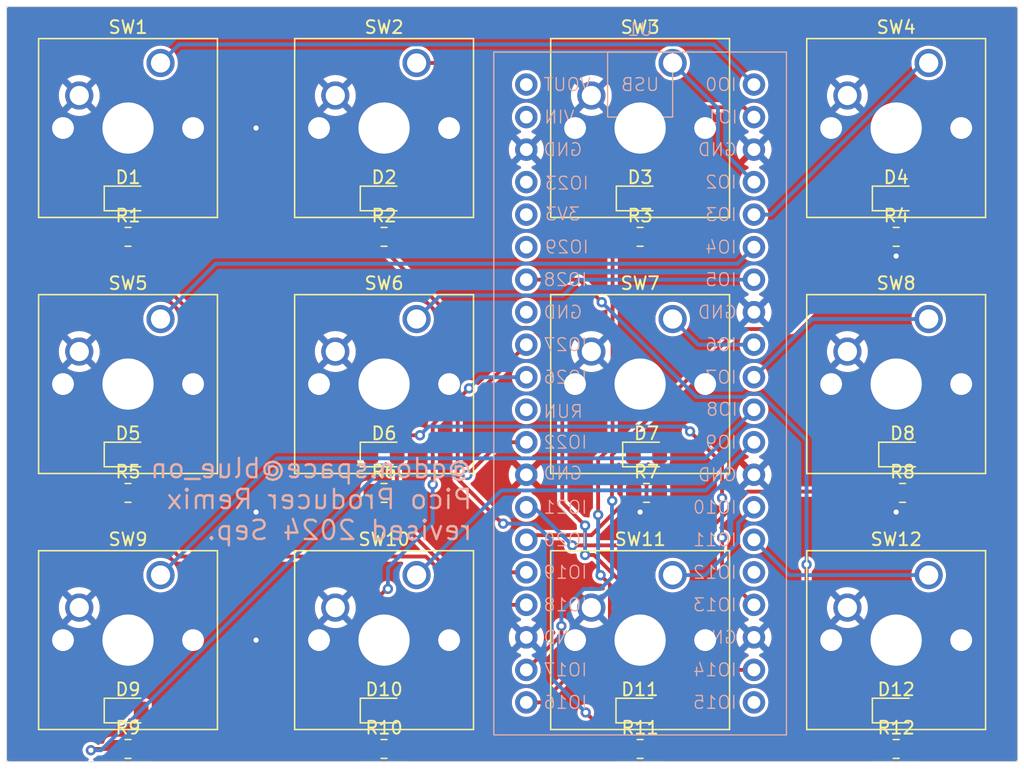
<source format=kicad_pcb>
(kicad_pcb (version 20240108) (generator "pcbnew") (generator_version "8.0")
  (layers (0 "F.Cu" signal) (31 "B.Cu" signal) (34 "B.Paste" user) (35 "F.Paste" user) (36 "B.SilkS" user "B.Silkscreen") (37 "F.SilkS" user "F.Silkscreen") (38 "B.Mask" user) (39 "F.Mask" user) (44 "Edge.Cuts" user))
  (net 0 "")
  (net 1 "GND")
  (net 2 "Net-(D1-A)")
  (net 3 "Net-(D2-A)")
  (net 4 "Net-(D3-A)")
  (net 5 "Net-(D4-A)")
  (net 6 "Net-(D5-A)")
  (net 7 "Net-(D6-A)")
  (net 8 "Net-(D7-A)")
  (net 9 "Net-(D8-A)")
  (net 10 "Net-(D9-A)")
  (net 11 "Net-(D10-A)")
  (net 12 "Net-(D11-A)")
  (net 13 "Net-(D12-A)")
  (net 14 "/GP13")
  (net 15 "/GP14")
  (net 16 "/GP16")
  (net 17 "/GP17")
  (net 18 "/GP18")
  (net 19 "/GP19")
  (net 20 "/GP20")
  (net 21 "/GP21")
  (net 22 "/GP22")
  (net 23 "/GP26")
  (net 24 "/GP27")
  (net 25 "/GP28")
  (net 26 "/GP0")
  (net 27 "/GP1")
  (net 28 "/GP2")
  (net 29 "/GP3")
  (net 30 "/GP4")
  (net 31 "/GP5")
  (net 32 "/GP6")
  (net 33 "/GP7")
  (net 34 "/GP8")
  (net 35 "/GP9")
  (net 36 "/GP10")
  (net 37 "/GP11")
  (footprint "LED_SMD:LED_0805_2012Metric_Pad1.15x1.40mm_HandSolder" (layer "F.Cu") (at 50 55.5)
    (property "Reference" "D6" (at 0 -1.65 0) (layer "F.SilkS"))
    (property "Value" "LED")
    (pad "1" smd roundrect (at -1.025 0) (size 1.15 1.4) (layers "F.Cu" "F.Paste" "F.Mask") (roundrect_rratio 0.217391) (net 1 "GND"))
    (pad "2" smd roundrect (at 1.025 0) (size 1.15 1.4) (layers "F.Cu" "F.Paste" "F.Mask") (roundrect_rratio 0.217391) (net 7 "Net-(D6-A)"))
  )
  (footprint "Resistor_SMD:R_0805_2012Metric_Pad1.20x1.40mm_HandSolder" (layer "F.Cu") (at 70 38.5)
    (property "Reference" "R3" (at 0 -1.65 0) (layer "F.SilkS"))
    (property "Value" "1k")
    (pad "1" smd roundrect (at -1 0) (size 1.2 1.4) (layers "F.Cu" "F.Paste" "F.Mask") (roundrect_rratio 0.208333) (net 16 "/GP16"))
    (pad "2" smd roundrect (at 1 0) (size 1.2 1.4) (layers "F.Cu" "F.Paste" "F.Mask") (roundrect_rratio 0.208333) (net 4 "Net-(D3-A)"))
  )
  (footprint "Button_Switch_Keyboard:SW_Cherry_MX_1.00u_PCB" (layer "F.Cu") (at 92.54 64.92)
    (property "Reference" "SW12" (at -2.54 -2.794 0) (layer "F.SilkS"))
    (property "Value" "cherry_mx")
    (pad "" np_thru_hole circle (at -7.62 5.08) (size 1.7 1.7) (drill 1.7) (layers "*.Cu" "*.Mask"))
    (pad "" np_thru_hole circle (at -2.54 5.08) (size 4 4) (drill 4) (layers "*.Cu" "*.Mask"))
    (pad "" np_thru_hole circle (at 2.54 5.08) (size 1.7 1.7) (drill 1.7) (layers "*.Cu" "*.Mask"))
    (pad "1" thru_hole circle (at 0 0) (size 2.2 2.2) (drill 1.5) (layers "*.Cu" "*.Mask") (net 37 "/GP11"))
    (pad "2" thru_hole circle (at -6.35 2.54) (size 2.2 2.2) (drill 1.5) (layers "*.Cu" "*.Mask") (net 1 "GND"))
  )
  (footprint "Button_Switch_Keyboard:SW_Cherry_MX_1.00u_PCB" (layer "F.Cu") (at 92.54 44.92)
    (property "Reference" "SW8" (at -2.54 -2.794 0) (layer "F.SilkS"))
    (property "Value" "cherry_mx")
    (pad "" np_thru_hole circle (at -7.62 5.08) (size 1.7 1.7) (drill 1.7) (layers "*.Cu" "*.Mask"))
    (pad "" np_thru_hole circle (at -2.54 5.08) (size 4 4) (drill 4) (layers "*.Cu" "*.Mask"))
    (pad "" np_thru_hole circle (at 2.54 5.08) (size 1.7 1.7) (drill 1.7) (layers "*.Cu" "*.Mask"))
    (pad "1" thru_hole circle (at 0 0) (size 2.2 2.2) (drill 1.5) (layers "*.Cu" "*.Mask") (net 33 "/GP7"))
    (pad "2" thru_hole circle (at -6.35 2.54) (size 2.2 2.2) (drill 1.5) (layers "*.Cu" "*.Mask") (net 1 "GND"))
  )
  (footprint "Button_Switch_Keyboard:SW_Cherry_MX_1.00u_PCB" (layer "F.Cu") (at 52.54 64.92)
    (property "Reference" "SW10" (at -2.54 -2.794 0) (layer "F.SilkS"))
    (property "Value" "cherry_mx")
    (pad "" np_thru_hole circle (at -7.62 5.08) (size 1.7 1.7) (drill 1.7) (layers "*.Cu" "*.Mask"))
    (pad "" np_thru_hole circle (at -2.54 5.08) (size 4 4) (drill 4) (layers "*.Cu" "*.Mask"))
    (pad "" np_thru_hole circle (at 2.54 5.08) (size 1.7 1.7) (drill 1.7) (layers "*.Cu" "*.Mask"))
    (pad "1" thru_hole circle (at 0 0) (size 2.2 2.2) (drill 1.5) (layers "*.Cu" "*.Mask") (net 35 "/GP9"))
    (pad "2" thru_hole circle (at -6.35 2.54) (size 2.2 2.2) (drill 1.5) (layers "*.Cu" "*.Mask") (net 1 "GND"))
  )
  (footprint "Resistor_SMD:R_0805_2012Metric_Pad1.20x1.40mm_HandSolder" (layer "F.Cu") (at 50 38.5)
    (property "Reference" "R2" (at 0 -1.65 0) (layer "F.SilkS"))
    (property "Value" "1k")
    (pad "1" smd roundrect (at -1 0) (size 1.2 1.4) (layers "F.Cu" "F.Paste" "F.Mask") (roundrect_rratio 0.208333) (net 15 "/GP14"))
    (pad "2" smd roundrect (at 1 0) (size 1.2 1.4) (layers "F.Cu" "F.Paste" "F.Mask") (roundrect_rratio 0.208333) (net 3 "Net-(D2-A)"))
  )
  (footprint "Button_Switch_Keyboard:SW_Cherry_MX_1.00u_PCB" (layer "F.Cu") (at 52.54 24.92)
    (property "Reference" "SW2" (at -2.54 -2.794 0) (layer "F.SilkS"))
    (property "Value" "cherry_mx")
    (pad "" np_thru_hole circle (at -7.62 5.08) (size 1.7 1.7) (drill 1.7) (layers "*.Cu" "*.Mask"))
    (pad "" np_thru_hole circle (at -2.54 5.08) (size 4 4) (drill 4) (layers "*.Cu" "*.Mask"))
    (pad "" np_thru_hole circle (at 2.54 5.08) (size 1.7 1.7) (drill 1.7) (layers "*.Cu" "*.Mask"))
    (pad "1" thru_hole circle (at 0 0) (size 2.2 2.2) (drill 1.5) (layers "*.Cu" "*.Mask") (net 27 "/GP1"))
    (pad "2" thru_hole circle (at -6.35 2.54) (size 2.2 2.2) (drill 1.5) (layers "*.Cu" "*.Mask") (net 1 "GND"))
  )
  (footprint "Resistor_SMD:R_0805_2012Metric_Pad1.20x1.40mm_HandSolder" (layer "F.Cu") (at 30 38.5)
    (property "Reference" "R1" (at 0 -1.65 0) (layer "F.SilkS"))
    (property "Value" "1k")
    (pad "1" smd roundrect (at -1 0) (size 1.2 1.4) (layers "F.Cu" "F.Paste" "F.Mask") (roundrect_rratio 0.208333) (net 14 "/GP13"))
    (pad "2" smd roundrect (at 1 0) (size 1.2 1.4) (layers "F.Cu" "F.Paste" "F.Mask") (roundrect_rratio 0.208333) (net 2 "Net-(D1-A)"))
  )
  (footprint "LED_SMD:LED_0805_2012Metric_Pad1.15x1.40mm_HandSolder" (layer "F.Cu") (at 90 75.5)
    (property "Reference" "D12" (at 0 -1.65 0) (layer "F.SilkS"))
    (property "Value" "LED")
    (pad "1" smd roundrect (at -1.025 0) (size 1.15 1.4) (layers "F.Cu" "F.Paste" "F.Mask") (roundrect_rratio 0.217391) (net 1 "GND"))
    (pad "2" smd roundrect (at 1.025 0) (size 1.15 1.4) (layers "F.Cu" "F.Paste" "F.Mask") (roundrect_rratio 0.217391) (net 13 "Net-(D12-A)"))
  )
  (footprint "LED_SMD:LED_0805_2012Metric_Pad1.15x1.40mm_HandSolder" (layer "F.Cu") (at 70.5 55.5)
    (property "Reference" "D7" (at 0 -1.65 0) (layer "F.SilkS"))
    (property "Value" "LED")
    (pad "1" smd roundrect (at -1.025 0) (size 1.15 1.4) (layers "F.Cu" "F.Paste" "F.Mask") (roundrect_rratio 0.217391) (net 1 "GND"))
    (pad "2" smd roundrect (at 1.025 0) (size 1.15 1.4) (layers "F.Cu" "F.Paste" "F.Mask") (roundrect_rratio 0.217391) (net 8 "Net-(D7-A)"))
  )
  (footprint "Button_Switch_Keyboard:SW_Cherry_MX_1.00u_PCB" (layer "F.Cu") (at 92.54 24.92)
    (property "Reference" "SW4" (at -2.54 -2.794 0) (layer "F.SilkS"))
    (property "Value" "cherry_mx")
    (pad "" np_thru_hole circle (at -7.62 5.08) (size 1.7 1.7) (drill 1.7) (layers "*.Cu" "*.Mask"))
    (pad "" np_thru_hole circle (at -2.54 5.08) (size 4 4) (drill 4) (layers "*.Cu" "*.Mask"))
    (pad "" np_thru_hole circle (at 2.54 5.08) (size 1.7 1.7) (drill 1.7) (layers "*.Cu" "*.Mask"))
    (pad "1" thru_hole circle (at 0 0) (size 2.2 2.2) (drill 1.5) (layers "*.Cu" "*.Mask") (net 29 "/GP3"))
    (pad "2" thru_hole circle (at -6.35 2.54) (size 2.2 2.2) (drill 1.5) (layers "*.Cu" "*.Mask") (net 1 "GND"))
  )
  (footprint "LED_SMD:LED_0805_2012Metric_Pad1.15x1.40mm_HandSolder" (layer "F.Cu") (at 90.5 55.5)
    (property "Reference" "D8" (at 0 -1.65 0) (layer "F.SilkS"))
    (property "Value" "LED")
    (pad "1" smd roundrect (at -1.025 0) (size 1.15 1.4) (layers "F.Cu" "F.Paste" "F.Mask") (roundrect_rratio 0.217391) (net 1 "GND"))
    (pad "2" smd roundrect (at 1.025 0) (size 1.15 1.4) (layers "F.Cu" "F.Paste" "F.Mask") (roundrect_rratio 0.217391) (net 9 "Net-(D8-A)"))
  )
  (footprint "Resistor_SMD:R_0805_2012Metric_Pad1.20x1.40mm_HandSolder" (layer "F.Cu") (at 70.5 58.5)
    (property "Reference" "R7" (at 0 -1.65 0) (layer "F.SilkS"))
    (property "Value" "1k")
    (pad "1" smd roundrect (at -1 0) (size 1.2 1.4) (layers "F.Cu" "F.Paste" "F.Mask") (roundrect_rratio 0.208333) (net 20 "/GP20"))
    (pad "2" smd roundrect (at 1 0) (size 1.2 1.4) (layers "F.Cu" "F.Paste" "F.Mask") (roundrect_rratio 0.208333) (net 8 "Net-(D7-A)"))
  )
  (footprint "Resistor_SMD:R_0805_2012Metric_Pad1.20x1.40mm_HandSolder" (layer "F.Cu") (at 70 78.5)
    (property "Reference" "R11" (at 0 -1.65 0) (layer "F.SilkS"))
    (property "Value" "1k")
    (pad "1" smd roundrect (at -1 0) (size 1.2 1.4) (layers "F.Cu" "F.Paste" "F.Mask") (roundrect_rratio 0.208333) (net 24 "/GP27"))
    (pad "2" smd roundrect (at 1 0) (size 1.2 1.4) (layers "F.Cu" "F.Paste" "F.Mask") (roundrect_rratio 0.208333) (net 12 "Net-(D11-A)"))
  )
  (footprint "LED_SMD:LED_0805_2012Metric_Pad1.15x1.40mm_HandSolder" (layer "F.Cu") (at 30 75.5)
    (property "Reference" "D9" (at 0 -1.65 0) (layer "F.SilkS"))
    (property "Value" "LED")
    (pad "1" smd roundrect (at -1.025 0) (size 1.15 1.4) (layers "F.Cu" "F.Paste" "F.Mask") (roundrect_rratio 0.217391) (net 1 "GND"))
    (pad "2" smd roundrect (at 1.025 0) (size 1.15 1.4) (layers "F.Cu" "F.Paste" "F.Mask") (roundrect_rratio 0.217391) (net 10 "Net-(D9-A)"))
  )
  (footprint "Resistor_SMD:R_0805_2012Metric_Pad1.20x1.40mm_HandSolder" (layer "F.Cu") (at 50 78.5)
    (property "Reference" "R10" (at 0 -1.65 0) (layer "F.SilkS"))
    (property "Value" "1k")
    (pad "1" smd roundrect (at -1 0) (size 1.2 1.4) (layers "F.Cu" "F.Paste" "F.Mask") (roundrect_rratio 0.208333) (net 23 "/GP26"))
    (pad "2" smd roundrect (at 1 0) (size 1.2 1.4) (layers "F.Cu" "F.Paste" "F.Mask") (roundrect_rratio 0.208333) (net 11 "Net-(D10-A)"))
  )
  (footprint "LED_SMD:LED_0805_2012Metric_Pad1.15x1.40mm_HandSolder" (layer "F.Cu") (at 30 55.5)
    (property "Reference" "D5" (at 0 -1.65 0) (layer "F.SilkS"))
    (property "Value" "LED")
    (pad "1" smd roundrect (at -1.025 0) (size 1.15 1.4) (layers "F.Cu" "F.Paste" "F.Mask") (roundrect_rratio 0.217391) (net 1 "GND"))
    (pad "2" smd roundrect (at 1.025 0) (size 1.15 1.4) (layers "F.Cu" "F.Paste" "F.Mask") (roundrect_rratio 0.217391) (net 6 "Net-(D5-A)"))
  )
  (footprint "Resistor_SMD:R_0805_2012Metric_Pad1.20x1.40mm_HandSolder" (layer "F.Cu") (at 50 58.5)
    (property "Reference" "R6" (at 0 -1.65 0) (layer "F.SilkS"))
    (property "Value" "1k")
    (pad "1" smd roundrect (at -1 0) (size 1.2 1.4) (layers "F.Cu" "F.Paste" "F.Mask") (roundrect_rratio 0.208333) (net 19 "/GP19"))
    (pad "2" smd roundrect (at 1 0) (size 1.2 1.4) (layers "F.Cu" "F.Paste" "F.Mask") (roundrect_rratio 0.208333) (net 7 "Net-(D6-A)"))
  )
  (footprint "LED_SMD:LED_0805_2012Metric_Pad1.15x1.40mm_HandSolder" (layer "F.Cu") (at 90 35.5)
    (property "Reference" "D4" (at 0 -1.65 0) (layer "F.SilkS"))
    (property "Value" "LED")
    (pad "1" smd roundrect (at -1.025 0) (size 1.15 1.4) (layers "F.Cu" "F.Paste" "F.Mask") (roundrect_rratio 0.217391) (net 1 "GND"))
    (pad "2" smd roundrect (at 1.025 0) (size 1.15 1.4) (layers "F.Cu" "F.Paste" "F.Mask") (roundrect_rratio 0.217391) (net 5 "Net-(D4-A)"))
  )
  (footprint "Resistor_SMD:R_0805_2012Metric_Pad1.20x1.40mm_HandSolder" (layer "F.Cu") (at 90 78.5)
    (property "Reference" "R12" (at 0 -1.65 0) (layer "F.SilkS"))
    (property "Value" "1k")
    (pad "1" smd roundrect (at -1 0) (size 1.2 1.4) (layers "F.Cu" "F.Paste" "F.Mask") (roundrect_rratio 0.208333) (net 25 "/GP28"))
    (pad "2" smd roundrect (at 1 0) (size 1.2 1.4) (layers "F.Cu" "F.Paste" "F.Mask") (roundrect_rratio 0.208333) (net 13 "Net-(D12-A)"))
  )
  (footprint "Button_Switch_Keyboard:SW_Cherry_MX_1.00u_PCB" (layer "F.Cu") (at 32.54 64.92)
    (property "Reference" "SW9" (at -2.54 -2.794 0) (layer "F.SilkS"))
    (property "Value" "cherry_mx")
    (pad "" np_thru_hole circle (at -7.62 5.08) (size 1.7 1.7) (drill 1.7) (layers "*.Cu" "*.Mask"))
    (pad "" np_thru_hole circle (at -2.54 5.08) (size 4 4) (drill 4) (layers "*.Cu" "*.Mask"))
    (pad "" np_thru_hole circle (at 2.54 5.08) (size 1.7 1.7) (drill 1.7) (layers "*.Cu" "*.Mask"))
    (pad "1" thru_hole circle (at 0 0) (size 2.2 2.2) (drill 1.5) (layers "*.Cu" "*.Mask") (net 34 "/GP8"))
    (pad "2" thru_hole circle (at -6.35 2.54) (size 2.2 2.2) (drill 1.5) (layers "*.Cu" "*.Mask") (net 1 "GND"))
  )
  (footprint "Resistor_SMD:R_0805_2012Metric_Pad1.20x1.40mm_HandSolder" (layer "F.Cu") (at 90 38.5)
    (property "Reference" "R4" (at 0 -1.65 0) (layer "F.SilkS"))
    (property "Value" "1k")
    (pad "1" smd roundrect (at -1 0) (size 1.2 1.4) (layers "F.Cu" "F.Paste" "F.Mask") (roundrect_rratio 0.208333) (net 17 "/GP17"))
    (pad "2" smd roundrect (at 1 0) (size 1.2 1.4) (layers "F.Cu" "F.Paste" "F.Mask") (roundrect_rratio 0.208333) (net 5 "Net-(D4-A)"))
  )
  (footprint "Resistor_SMD:R_0805_2012Metric_Pad1.20x1.40mm_HandSolder" (layer "F.Cu") (at 90.5 58.5)
    (property "Reference" "R8" (at 0 -1.65 0) (layer "F.SilkS"))
    (property "Value" "1k")
    (pad "1" smd roundrect (at -1 0) (size 1.2 1.4) (layers "F.Cu" "F.Paste" "F.Mask") (roundrect_rratio 0.208333) (net 21 "/GP21"))
    (pad "2" smd roundrect (at 1 0) (size 1.2 1.4) (layers "F.Cu" "F.Paste" "F.Mask") (roundrect_rratio 0.208333) (net 9 "Net-(D8-A)"))
  )
  (footprint "LED_SMD:LED_0805_2012Metric_Pad1.15x1.40mm_HandSolder" (layer "F.Cu") (at 50 35.5)
    (property "Reference" "D2" (at 0 -1.65 0) (layer "F.SilkS"))
    (property "Value" "LED")
    (pad "1" smd roundrect (at -1.025 0) (size 1.15 1.4) (layers "F.Cu" "F.Paste" "F.Mask") (roundrect_rratio 0.217391) (net 1 "GND"))
    (pad "2" smd roundrect (at 1.025 0) (size 1.15 1.4) (layers "F.Cu" "F.Paste" "F.Mask") (roundrect_rratio 0.217391) (net 3 "Net-(D2-A)"))
  )
  (footprint "LED_SMD:LED_0805_2012Metric_Pad1.15x1.40mm_HandSolder" (layer "F.Cu") (at 69.975 75.5)
    (property "Reference" "D11" (at 0 -1.65 0) (layer "F.SilkS"))
    (property "Value" "LED")
    (pad "1" smd roundrect (at -1.025 0) (size 1.15 1.4) (layers "F.Cu" "F.Paste" "F.Mask") (roundrect_rratio 0.217391) (net 1 "GND"))
    (pad "2" smd roundrect (at 1.025 0) (size 1.15 1.4) (layers "F.Cu" "F.Paste" "F.Mask") (roundrect_rratio 0.217391) (net 12 "Net-(D11-A)"))
  )
  (footprint "Button_Switch_Keyboard:SW_Cherry_MX_1.00u_PCB" (layer "F.Cu") (at 32.54 44.92)
    (property "Reference" "SW5" (at -2.54 -2.794 0) (layer "F.SilkS"))
    (property "Value" "cherry_mx")
    (pad "" np_thru_hole circle (at -7.62 5.08) (size 1.7 1.7) (drill 1.7) (layers "*.Cu" "*.Mask"))
    (pad "" np_thru_hole circle (at -2.54 5.08) (size 4 4) (drill 4) (layers "*.Cu" "*.Mask"))
    (pad "" np_thru_hole circle (at 2.54 5.08) (size 1.7 1.7) (drill 1.7) (layers "*.Cu" "*.Mask"))
    (pad "1" thru_hole circle (at 0 0) (size 2.2 2.2) (drill 1.5) (layers "*.Cu" "*.Mask") (net 30 "/GP4"))
    (pad "2" thru_hole circle (at -6.35 2.54) (size 2.2 2.2) (drill 1.5) (layers "*.Cu" "*.Mask") (net 1 "GND"))
  )
  (footprint "Resistor_SMD:R_0805_2012Metric_Pad1.20x1.40mm_HandSolder" (layer "F.Cu") (at 30 78.5)
    (property "Reference" "R9" (at 0 -1.65 0) (layer "F.SilkS"))
    (property "Value" "1k")
    (pad "1" smd roundrect (at -1 0) (size 1.2 1.4) (layers "F.Cu" "F.Paste" "F.Mask") (roundrect_rratio 0.208333) (net 22 "/GP22"))
    (pad "2" smd roundrect (at 1 0) (size 1.2 1.4) (layers "F.Cu" "F.Paste" "F.Mask") (roundrect_rratio 0.208333) (net 10 "Net-(D9-A)"))
  )
  (footprint "Button_Switch_Keyboard:SW_Cherry_MX_1.00u_PCB" (layer "F.Cu") (at 72.54 24.92)
    (property "Reference" "SW3" (at -2.54 -2.794 0) (layer "F.SilkS"))
    (property "Value" "cherry_mx")
    (pad "" np_thru_hole circle (at -7.62 5.08) (size 1.7 1.7) (drill 1.7) (layers "*.Cu" "*.Mask"))
    (pad "" np_thru_hole circle (at -2.54 5.08) (size 4 4) (drill 4) (layers "*.Cu" "*.Mask"))
    (pad "" np_thru_hole circle (at 2.54 5.08) (size 1.7 1.7) (drill 1.7) (layers "*.Cu" "*.Mask"))
    (pad "1" thru_hole circle (at 0 0) (size 2.2 2.2) (drill 1.5) (layers "*.Cu" "*.Mask") (net 28 "/GP2"))
    (pad "2" thru_hole circle (at -6.35 2.54) (size 2.2 2.2) (drill 1.5) (layers "*.Cu" "*.Mask") (net 1 "GND"))
  )
  (footprint "Button_Switch_Keyboard:SW_Cherry_MX_1.00u_PCB" (layer "F.Cu") (at 72.54 44.92)
    (property "Reference" "SW7" (at -2.54 -2.794 0) (layer "F.SilkS"))
    (property "Value" "cherry_mx")
    (pad "" np_thru_hole circle (at -7.62 5.08) (size 1.7 1.7) (drill 1.7) (layers "*.Cu" "*.Mask"))
    (pad "" np_thru_hole circle (at -2.54 5.08) (size 4 4) (drill 4) (layers "*.Cu" "*.Mask"))
    (pad "" np_thru_hole circle (at 2.54 5.08) (size 1.7 1.7) (drill 1.7) (layers "*.Cu" "*.Mask"))
    (pad "1" thru_hole circle (at 0 0) (size 2.2 2.2) (drill 1.5) (layers "*.Cu" "*.Mask") (net 32 "/GP6"))
    (pad "2" thru_hole circle (at -6.35 2.54) (size 2.2 2.2) (drill 1.5) (layers "*.Cu" "*.Mask") (net 1 "GND"))
  )
  (footprint "LED_SMD:LED_0805_2012Metric_Pad1.15x1.40mm_HandSolder" (layer "F.Cu") (at 50 75.5)
    (property "Reference" "D10" (at 0 -1.65 0) (layer "F.SilkS"))
    (property "Value" "LED")
    (pad "1" smd roundrect (at -1.025 0) (size 1.15 1.4) (layers "F.Cu" "F.Paste" "F.Mask") (roundrect_rratio 0.217391) (net 1 "GND"))
    (pad "2" smd roundrect (at 1.025 0) (size 1.15 1.4) (layers "F.Cu" "F.Paste" "F.Mask") (roundrect_rratio 0.217391) (net 11 "Net-(D10-A)"))
  )
  (footprint "Button_Switch_Keyboard:SW_Cherry_MX_1.00u_PCB" (layer "F.Cu") (at 52.54 44.92)
    (property "Reference" "SW6" (at -2.54 -2.794 0) (layer "F.SilkS"))
    (property "Value" "cherry_mx")
    (pad "" np_thru_hole circle (at -7.62 5.08) (size 1.7 1.7) (drill 1.7) (layers "*.Cu" "*.Mask"))
    (pad "" np_thru_hole circle (at -2.54 5.08) (size 4 4) (drill 4) (layers "*.Cu" "*.Mask"))
    (pad "" np_thru_hole circle (at 2.54 5.08) (size 1.7 1.7) (drill 1.7) (layers "*.Cu" "*.Mask"))
    (pad "1" thru_hole circle (at 0 0) (size 2.2 2.2) (drill 1.5) (layers "*.Cu" "*.Mask") (net 31 "/GP5"))
    (pad "2" thru_hole circle (at -6.35 2.54) (size 2.2 2.2) (drill 1.5) (layers "*.Cu" "*.Mask") (net 1 "GND"))
  )
  (footprint "LED_SMD:LED_0805_2012Metric_Pad1.15x1.40mm_HandSolder" (layer "F.Cu") (at 30 35.5)
    (property "Reference" "D1" (at 0 -1.65 0) (layer "F.SilkS"))
    (property "Value" "LED")
    (pad "1" smd roundrect (at -1.025 0) (size 1.15 1.4) (layers "F.Cu" "F.Paste" "F.Mask") (roundrect_rratio 0.217391) (net 1 "GND"))
    (pad "2" smd roundrect (at 1.025 0) (size 1.15 1.4) (layers "F.Cu" "F.Paste" "F.Mask") (roundrect_rratio 0.217391) (net 2 "Net-(D1-A)"))
  )
  (footprint "Resistor_SMD:R_0805_2012Metric_Pad1.20x1.40mm_HandSolder" (layer "F.Cu") (at 30 58.5)
    (property "Reference" "R5" (at 0 -1.65 0) (layer "F.SilkS"))
    (property "Value" "1k")
    (pad "1" smd roundrect (at -1 0) (size 1.2 1.4) (layers "F.Cu" "F.Paste" "F.Mask") (roundrect_rratio 0.208333) (net 18 "/GP18"))
    (pad "2" smd roundrect (at 1 0) (size 1.2 1.4) (layers "F.Cu" "F.Paste" "F.Mask") (roundrect_rratio 0.208333) (net 6 "Net-(D5-A)"))
  )
  (footprint "LED_SMD:LED_0805_2012Metric_Pad1.15x1.40mm_HandSolder" (layer "F.Cu") (at 70 35.5)
    (property "Reference" "D3" (at 0 -1.65 0) (layer "F.SilkS"))
    (property "Value" "LED")
    (pad "1" smd roundrect (at -1.025 0) (size 1.15 1.4) (layers "F.Cu" "F.Paste" "F.Mask") (roundrect_rratio 0.217391) (net 1 "GND"))
    (pad "2" smd roundrect (at 1.025 0) (size 1.15 1.4) (layers "F.Cu" "F.Paste" "F.Mask") (roundrect_rratio 0.217391) (net 4 "Net-(D3-A)"))
  )
  (footprint "Button_Switch_Keyboard:SW_Cherry_MX_1.00u_PCB" (layer "F.Cu") (at 72.54 64.92)
    (property "Reference" "SW11" (at -2.54 -2.794 0) (layer "F.SilkS"))
    (property "Value" "cherry_mx")
    (pad "" np_thru_hole circle (at -7.62 5.08) (size 1.7 1.7) (drill 1.7) (layers "*.Cu" "*.Mask"))
    (pad "" np_thru_hole circle (at -2.54 5.08) (size 4 4) (drill 4) (layers "*.Cu" "*.Mask"))
    (pad "" np_thru_hole circle (at 2.54 5.08) (size 1.7 1.7) (drill 1.7) (layers "*.Cu" "*.Mask"))
    (pad "1" thru_hole circle (at 0 0) (size 2.2 2.2) (drill 1.5) (layers "*.Cu" "*.Mask") (net 36 "/GP10"))
    (pad "2" thru_hole circle (at -6.35 2.54) (size 2.2 2.2) (drill 1.5) (layers "*.Cu" "*.Mask") (net 1 "GND"))
  )
  (footprint "Button_Switch_Keyboard:SW_Cherry_MX_1.00u_PCB" (layer "F.Cu") (at 32.54 24.92)
    (property "Reference" "SW1" (at -2.54 -2.794 0) (layer "F.SilkS"))
    (property "Value" "cherry_mx")
    (pad "" np_thru_hole circle (at -7.62 5.08) (size 1.7 1.7) (drill 1.7) (layers "*.Cu" "*.Mask"))
    (pad "" np_thru_hole circle (at -2.54 5.08) (size 4 4) (drill 4) (layers "*.Cu" "*.Mask"))
    (pad "" np_thru_hole circle (at 2.54 5.08) (size 1.7 1.7) (drill 1.7) (layers "*.Cu" "*.Mask"))
    (pad "1" thru_hole circle (at 0 0) (size 2.2 2.2) (drill 1.5) (layers "*.Cu" "*.Mask") (net 26 "/GP0"))
    (pad "2" thru_hole circle (at -6.35 2.54) (size 2.2 2.2) (drill 1.5) (layers "*.Cu" "*.Mask") (net 1 "GND"))
  )
  (footprint "pi-pico:YD-RP2040" (layer "B.Cu") (at 70 22.795 180)
    (property "Reference" "U1" (at 0 0.5 0) (layer "B.SilkS") (effects (font (thickness 0.1)) (justify mirror)))
    (property "Value" "Pi Pico")
    (fp_text user "IO10" (at -7.62 -36.83 0) (layer "B.SilkS") (effects (font (thickness 0.1)) (justify left mirror)))
    (fp_text user "GND" (at -7.62 -21.59 0) (layer "B.SilkS") (effects (font (thickness 0.1)) (justify left mirror)))
    (fp_text user "GND" (at 7.62 -34.163568 0) (layer "B.SilkS") (effects (font (thickness 0.1)) (justify right mirror)))
    (fp_text user "IO8" (at -7.690969 -29.175903 0) (layer "B.SilkS") (effects (font (thickness 0.1)) (justify left mirror)))
    (fp_text user "USB" (at 0 -3.81 0) (layer "B.SilkS") (effects (font (thickness 0.1)) (justify mirror)))
    (fp_text user "IO3" (at -7.62 -13.97 0) (layer "B.SilkS") (effects (font (thickness 0.1)) (justify left mirror)))
    (fp_text user "IO15" (at -7.62 -52.07 0) (layer "B.SilkS") (effects (font (thickness 0.1)) (justify left mirror)))
    (fp_text user "IO9" (at -7.62 -31.75 0) (layer "B.SilkS") (effects (font (thickness 0.1)) (justify left mirror)))
    (fp_text user "IO5" (at -7.62 -19.05 0) (layer "B.SilkS") (effects (font (thickness 0.1)) (justify left mirror)))
    (fp_text user "IO22" (at 7.62 -31.75 0) (layer "B.SilkS") (effects (font (thickness 0.1)) (justify right mirror)))
    (fp_text user "IO11" (at -7.62 -39.37 0) (layer "B.SilkS") (effects (font (thickness 0.1)) (justify left mirror)))
    (fp_text user "IO12" (at -7.62 -41.91 0) (layer "B.SilkS") (effects (font (thickness 0.1)) (justify left mirror)))
    (fp_text user "GND" (at -7.62 -46.99 0) (layer "B.SilkS") (effects (font (thickness 0.1)) (justify left mirror)))
    (fp_text user "IO27" (at 7.62 -24.13 0) (layer "B.SilkS") (effects (font (thickness 0.1)) (justify right mirror)))
    (fp_text user "IO7" (at -7.62 -26.67 0) (layer "B.SilkS") (effects (font (thickness 0.1)) (justify left mirror)))
    (fp_text user "IO23" (at 7.50674 -11.5137 0) (layer "B.SilkS") (effects (font (thickness 0.1)) (justify right mirror)))
    (fp_text user "IO19" (at 7.62 -41.91 0) (layer "B.SilkS") (effects (font (thickness 0.1)) (justify right mirror)))
    (fp_text user "IO0" (at -7.62 -3.81 0) (layer "B.SilkS") (effects (font (thickness 0.1)) (justify left mirror)))
    (fp_text user "IO17" (at 7.62 -49.53 0) (layer "B.SilkS") (effects (font (thickness 0.1)) (justify right mirror)))
    (fp_text user "IO28" (at 7.62 -19.05 0) (layer "B.SilkS") (effects (font (thickness 0.1)) (justify right mirror)))
    (fp_text user "GND" (at 7.62 -21.59 0) (layer "B.SilkS") (effects (font (thickness 0.1)) (justify right mirror)))
    (fp_text user "VIN" (at 7.565418 -6.35 0) (layer "B.SilkS") (effects (font (thickness 0.1)) (justify right mirror)))
    (fp_text user "IO16" (at 7.62 -52.07 0) (layer "B.SilkS") (effects (font (thickness 0.1)) (justify right mirror)))
    (fp_text user "VOUT" (at 7.62 -3.81 0) (layer "B.SilkS") (effects (font (thickness 0.1)) (justify right mirror)))
    (fp_text user "IO18" (at 7.62 -44.45 0) (layer "B.SilkS") (effects (font (thickness 0.1)) (justify right mirror)))
    (fp_text user "3V3" (at 7.50674 -13.919515 0) (layer "B.SilkS") (effects (font (thickness 0.1)) (justify right mirror)))
    (fp_text user "IO2" (at -7.62 -11.43 0) (layer "B.SilkS") (effects (font (thickness 0.1)) (justify left mirror)))
    (fp_text user "GND" (at -7.62 -8.89 0) (layer "B.SilkS") (effects (font (thickness 0.1)) (justify left mirror)))
    (fp_text user "IO21" (at 7.62 -36.83 0) (layer "B.SilkS") (effects (font (thickness 0.1)) (justify right mirror)))
    (fp_text user "IO1" (at -7.690969 -6.35 0) (layer "B.SilkS") (effects (font (thickness 0.1)) (justify left mirror)))
    (fp_text user "IO14" (at -7.62 -49.53 0) (layer "B.SilkS") (effects (font (thickness 0.1)) (justify left mirror)))
    (fp_text user "GND" (at 7.62 -46.99 0) (layer "B.SilkS") (effects (font (thickness 0.1)) (justify right mirror)))
    (fp_text user "IO20" (at 7.62 -39.37 0) (layer "B.SilkS") (effects (font (thickness 0.1)) (justify right mirror)))
    (fp_text user "GND" (at 7.62 -8.89 0) (layer "B.SilkS") (effects (font (thickness 0.1)) (justify right mirror)))
    (fp_text user "IO13" (at -7.62 -44.45 0) (layer "B.SilkS") (effects (font (thickness 0.1)) (justify left mirror)))
    (fp_text user "IO4" (at -7.62 -16.51 0) (layer "B.SilkS") (effects (font (thickness 0.1)) (justify left mirror)))
    (fp_text user "IO26" (at 7.62 -26.67 0) (layer "B.SilkS") (effects (font (thickness 0.1)) (justify right mirror)))
    (fp_text user "IO29" (at 7.50674 -16.501365 0) (layer "B.SilkS") (effects (font (thickness 0.1)) (justify right mirror)))
    (fp_text user "RUN" (at 7.624096 -29.351938 0) (layer "B.SilkS") (effects (font (thickness 0.1)) (justify right mirror)))
    (fp_text user "GND" (at -7.62 -34.29 0) (layer "B.SilkS") (effects (font (thickness 0.1)) (justify left mirror)))
    (fp_text user "IO6" (at -7.62 -24.13 0) (layer "B.SilkS") (effects (font (thickness 0.1)) (justify left mirror)))
    (pad "1" thru_hole circle (at -8.89 -3.81 180) (size 1.75 1.75) (drill 1) (layers "*.Cu" "*.Mask") (net 26 "/GP0"))
    (pad "2" thru_hole circle (at -8.89 -6.35 180) (size 1.75 1.75) (drill 1) (layers "*.Cu" "*.Mask") (net 27 "/GP1"))
    (pad "3" thru_hole circle (at -8.89 -8.89 180) (size 1.75 1.75) (drill 1) (layers "*.Cu" "*.Mask") (net 1 "GND"))
    (pad "4" thru_hole circle (at -8.89 -11.43 180) (size 1.75 1.75) (drill 1) (layers "*.Cu" "*.Mask") (net 28 "/GP2"))
    (pad "5" thru_hole circle (at -8.89 -13.97 180) (size 1.75 1.75) (drill 1) (layers "*.Cu" "*.Mask") (net 29 "/GP3"))
    (pad "6" thru_hole circle (at -8.89 -16.51 180) (size 1.75 1.75) (drill 1) (layers "*.Cu" "*.Mask") (net 30 "/GP4"))
    (pad "7" thru_hole circle (at -8.89 -19.05 180) (size 1.75 1.75) (drill 1) (layers "*.Cu" "*.Mask") (net 31 "/GP5"))
    (pad "8" thru_hole circle (at -8.89 -21.59 180) (size 1.75 1.75) (drill 1) (layers "*.Cu" "*.Mask") (net 1 "GND"))
    (pad "9" thru_hole circle (at -8.89 -24.13 180) (size 1.75 1.75) (drill 1) (layers "*.Cu" "*.Mask") (net 32 "/GP6"))
    (pad "10" thru_hole circle (at -8.89 -26.67 180) (size 1.75 1.75) (drill 1) (layers "*.Cu" "*.Mask") (net 33 "/GP7"))
    (pad "11" thru_hole circle (at -8.89 -29.21 180) (size 1.75 1.75) (drill 1) (layers "*.Cu" "*.Mask") (net 34 "/GP8"))
    (pad "12" thru_hole circle (at -8.89 -31.75 180) (size 1.75 1.75) (drill 1) (layers "*.Cu" "*.Mask") (net 35 "/GP9"))
    (pad "13" thru_hole circle (at -8.89 -34.29 180) (size 1.75 1.75) (drill 1) (layers "*.Cu" "*.Mask") (net 1 "GND"))
    (pad "14" thru_hole circle (at -8.89 -36.83 180) (size 1.75 1.75) (drill 1) (layers "*.Cu" "*.Mask") (net 36 "/GP10"))
    (pad "15" thru_hole circle (at -8.89 -39.37 180) (size 1.75 1.75) (drill 1) (layers "*.Cu" "*.Mask") (net 37 "/GP11"))
    (pad "16" thru_hole circle (at -8.89 -41.91 180) (size 1.75 1.75) (drill 1) (layers "*.Cu" "*.Mask"))
    (pad "17" thru_hole circle (at -8.89 -44.45 180) (size 1.75 1.75) (drill 1) (layers "*.Cu" "*.Mask") (net 14 "/GP13"))
    (pad "18" thru_hole circle (at -8.89 -46.99 180) (size 1.75 1.75) (drill 1) (layers "*.Cu" "*.Mask") (net 1 "GND"))
    (pad "19" thru_hole circle (at -8.89 -49.53 180) (size 1.75 1.75) (drill 1) (layers "*.Cu" "*.Mask") (net 15 "/GP14"))
    (pad "20" thru_hole circle (at -8.89 -52.07 180) (size 1.75 1.75) (drill 1) (layers "*.Cu" "*.Mask"))
    (pad "21" thru_hole circle (at 8.89 -52.07 180) (size 1.75 1.75) (drill 1) (layers "*.Cu" "*.Mask") (net 16 "/GP16"))
    (pad "22" thru_hole circle (at 8.89 -49.53 180) (size 1.75 1.75) (drill 1) (layers "*.Cu" "*.Mask") (net 17 "/GP17"))
    (pad "23" thru_hole circle (at 8.89 -46.99 180) (size 1.75 1.75) (drill 1) (layers "*.Cu" "*.Mask") (net 1 "GND"))
    (pad "24" thru_hole circle (at 8.89 -44.45 180) (size 1.75 1.75) (drill 1) (layers "*.Cu" "*.Mask") (net 18 "/GP18"))
    (pad "25" thru_hole circle (at 8.89 -41.91 180) (size 1.75 1.75) (drill 1) (layers "*.Cu" "*.Mask") (net 19 "/GP19"))
    (pad "26" thru_hole circle (at 8.89 -39.37 180) (size 1.75 1.75) (drill 1) (layers "*.Cu" "*.Mask") (net 20 "/GP20"))
    (pad "27" thru_hole circle (at 8.89 -36.83 180) (size 1.75 1.75) (drill 1) (layers "*.Cu" "*.Mask") (net 21 "/GP21"))
    (pad "28" thru_hole circle (at 8.89 -34.29 180) (size 1.75 1.75) (drill 1) (layers "*.Cu" "*.Mask") (net 1 "GND"))
    (pad "29" thru_hole circle (at 8.89 -31.75 180) (size 1.75 1.75) (drill 1) (layers "*.Cu" "*.Mask") (net 22 "/GP22"))
    (pad "30" thru_hole circle (at 8.89 -29.21 180) (size 1.75 1.75) (drill 1) (layers "*.Cu" "*.Mask"))
    (pad "31" thru_hole circle (at 8.89 -26.67 180) (size 1.75 1.75) (drill 1) (layers "*.Cu" "*.Mask") (net 23 "/GP26"))
    (pad "32" thru_hole circle (at 8.89 -24.13 180) (size 1.75 1.75) (drill 1) (layers "*.Cu" "*.Mask") (net 24 "/GP27"))
    (pad "33" thru_hole circle (at 8.89 -21.59 180) (size 1.75 1.75) (drill 1) (layers "*.Cu" "*.Mask"))
    (pad "34" thru_hole circle (at 8.89 -19.05 180) (size 1.75 1.75) (drill 1) (layers "*.Cu" "*.Mask") (net 25 "/GP28"))
    (pad "35" thru_hole circle (at 8.89 -16.51 180) (size 1.75 1.75) (drill 1) (layers "*.Cu" "*.Mask"))
    (pad "36" thru_hole circle (at 8.89 -13.97 180) (size 1.75 1.75) (drill 1) (layers "*.Cu" "*.Mask"))
    (pad "37" thru_hole circle (at 8.89 -11.43 180) (size 1.75 1.75) (drill 1) (layers "*.Cu" "*.Mask"))
    (pad "38" thru_hole circle (at 8.89 -8.89 180) (size 1.75 1.75) (drill 1) (layers "*.Cu" "*.Mask") (net 1 "GND"))
    (pad "39" thru_hole circle (at 8.89 -6.35 180) (size 1.75 1.75) (drill 1) (layers "*.Cu" "*.Mask"))
    (pad "40" thru_hole circle (at 8.89 -3.81 180) (size 1.75 1.75) (drill 1) (layers "*.Cu" "*.Mask"))
  )
  (gr_rect (start 20.5 20.5) (end 99.5 79.5) (stroke (width 0.05)) (fill none) (layer "Edge.Cuts"))
  (gr_text "@qdon.space@blue_on\nPico Producer Remix\nrevised 2024 Sep." (at 57 59 0) (layer "B.SilkS") (effects (font (size 1.5 1.5) (thickness 0.1875)) (justify left mirror)))
  (via (at 90 60) (size 0.8) (drill 0.4) (layers "F.Cu" "B.Cu") (net 1))
  (via (at 40 70) (size 0.8) (drill 0.4) (layers "F.Cu" "B.Cu") (net 1))
  (via (at 40 30) (size 0.8) (drill 0.4) (layers "F.Cu" "B.Cu") (net 1))
  (via (at 40 60) (size 0.8) (drill 0.4) (layers "F.Cu" "B.Cu") (net 1))
  (via (at 70 60) (size 0.8) (drill 0.4) (layers "F.Cu" "B.Cu") (net 1))
  (via (at 90 40) (size 0.8) (drill 0.4) (layers "F.Cu" "B.Cu") (net 1))
  (segment (start 31 38.5) (end 31 35.525) (width 0.3) (layer "F.Cu") (net 2))
  (segment (start 31 35.525) (end 31.025 35.5) (width 0.3) (layer "F.Cu") (net 2))
  (segment (start 51 35.525) (end 51.025 35.5) (width 0.3) (layer "F.Cu") (net 3))
  (segment (start 51 38.5) (end 51 35.525) (width 0.3) (layer "F.Cu") (net 3))
  (segment (start 71 35.525) (end 71.025 35.5) (width 0.3) (layer "F.Cu") (net 4))
  (segment (start 71 38.5) (end 71 35.525) (width 0.3) (layer "F.Cu") (net 4))
  (segment (start 91 35.525) (end 91.025 35.5) (width 0.3) (layer "F.Cu") (net 5))
  (segment (start 91 38.5) (end 91 35.525) (width 0.3) (layer "F.Cu") (net 5))
  (segment (start 31 58.5) (end 31 55.525) (width 0.3) (layer "F.Cu") (net 6))
  (segment (start 31 55.525) (end 31.025 55.5) (width 0.3) (layer "F.Cu") (net 6))
  (segment (start 51 58.5) (end 51 55.525) (width 0.3) (layer "F.Cu") (net 7))
  (segment (start 51 55.525) (end 51.025 55.5) (width 0.3) (layer "F.Cu") (net 7))
  (segment (start 71.5 55.525) (end 71.525 55.5) (width 0.3) (layer "F.Cu") (net 8))
  (segment (start 71.5 58.5) (end 71.5 55.525) (width 0.3) (layer "F.Cu") (net 8))
  (segment (start 91.5 58.5) (end 91.5 55.525) (width 0.3) (layer "F.Cu") (net 9))
  (segment (start 91.5 55.525) (end 91.525 55.5) (width 0.3) (layer "F.Cu") (net 9))
  (segment (start 31 78.5) (end 31 75.525) (width 0.3) (layer "F.Cu") (net 10))
  (segment (start 31 75.525) (end 31.025 75.5) (width 0.3) (layer "F.Cu") (net 10))
  (segment (start 51 75.525) (end 51.025 75.5) (width 0.3) (layer "F.Cu") (net 11))
  (segment (start 51 78.5) (end 51 75.525) (width 0.3) (layer "F.Cu") (net 11))
  (segment (start 71 78.5) (end 71 75.5) (width 0.3) (layer "F.Cu") (net 12))
  (segment (start 91 78.5) (end 91 75.525) (width 0.3) (layer "F.Cu") (net 13))
  (segment (start 91 75.525) (end 91.025 75.5) (width 0.3) (layer "F.Cu") (net 13))
  (segment (start 29 38.5) (end 44.5 54) (width 0.3) (layer "F.Cu") (net 14))
  (segment (start 76.4 64.755) (end 78.89 67.245) (width 0.3) (layer "F.Cu") (net 14))
  (segment (start 73.9 53.7) (end 76.4 56.2) (width 0.3) (layer "F.Cu") (net 14))
  (segment (start 76.4 62) (end 76.4 64.755) (width 0.3) (layer "F.Cu") (net 14))
  (segment (start 44.5 54) (end 52.8 54) (width 0.3) (layer "F.Cu") (net 14))
  (segment (start 76.4 56.2) (end 76.4 58.9) (width 0.3) (layer "F.Cu") (net 14))
  (via (at 52.8 54) (size 0.8) (drill 0.4) (layers "F.Cu" "B.Cu") (net 14))
  (via (at 76.4 62) (size 0.8) (drill 0.4) (layers "F.Cu" "B.Cu") (net 14))
  (via (at 76.4 58.9) (size 0.8) (drill 0.4) (layers "F.Cu" "B.Cu") (net 14))
  (via (at 73.9 53.7) (size 0.8) (drill 0.4) (layers "F.Cu" "B.Cu") (net 14))
  (segment (start 76.4 58.9) (end 76.4 62) (width 0.3) (layer "B.Cu") (net 14))
  (segment (start 53.48 53.32) (end 73.52 53.32) (width 0.3) (layer "B.Cu") (net 14))
  (segment (start 52.8 54) (end 53.48 53.32) (width 0.3) (layer "B.Cu") (net 14))
  (segment (start 73.52 53.32) (end 73.9 53.7) (width 0.3) (layer "B.Cu") (net 14))
  (segment (start 66.390559 63.35) (end 75.365559 72.325) (width 0.3) (layer "F.Cu") (net 15))
  (segment (start 75.365559 72.325) (end 78.89 72.325) (width 0.3) (layer "F.Cu") (net 15))
  (segment (start 65.7 63.35) (end 66.390559 63.35) (width 0.3) (layer "F.Cu") (net 15))
  (segment (start 61.527412 45.61) (end 63.92 48.002588) (width 0.3) (layer "F.Cu") (net 15))
  (segment (start 49 38.5) (end 56.11 45.61) (width 0.3) (layer "F.Cu") (net 15))
  (segment (start 63.92 59.27) (end 65.7 61.05) (width 0.3) (layer "F.Cu") (net 15))
  (segment (start 56.11 45.61) (end 61.527412 45.61) (width 0.3) (layer "F.Cu") (net 15))
  (segment (start 63.92 48.002588) (end 63.92 59.27) (width 0.3) (layer "F.Cu") (net 15))
  (via (at 65.7 61.05) (size 0.8) (drill 0.4) (layers "F.Cu" "B.Cu") (net 15))
  (via (at 65.7 63.35) (size 0.8) (drill 0.4) (layers "F.Cu" "B.Cu") (net 15))
  (segment (start 65.7 63.35) (end 65.7 61.05) (width 0.3) (layer "B.Cu") (net 15))
  (segment (start 67.85 39.65) (end 67.85 54.787437) (width 0.3) (layer "F.Cu") (net 16))
  (segment (start 67.64 69.572436) (end 62.347436 74.865) (width 0.3) (layer "F.Cu") (net 16))
  (segment (start 62.347436 74.865) (end 61.11 74.865) (width 0.3) (layer "F.Cu") (net 16))
  (segment (start 67.64 65.660102) (end 67.64 69.572436) (width 0.3) (layer "F.Cu") (net 16))
  (segment (start 66.909618 64.92972) (end 67.64 65.660102) (width 0.3) (layer "F.Cu") (net 16))
  (segment (start 66.719669 55.917768) (end 66.719669 60.219669) (width 0.3) (layer "F.Cu") (net 16))
  (segment (start 69 38.5) (end 67.85 39.65) (width 0.3) (layer "F.Cu") (net 16))
  (segment (start 67.85 54.787437) (end 66.719669 55.917768) (width 0.3) (layer "F.Cu") (net 16))
  (via (at 66.719669 60.219669) (size 0.8) (drill 0.4) (layers "F.Cu" "B.Cu") (net 16))
  (via (at 66.909618 64.92972) (size 0.8) (drill 0.4) (layers "F.Cu" "B.Cu") (net 16))
  (segment (start 66.719669 64.739771) (end 66.719669 60.219669) (width 0.3) (layer "B.Cu") (net 16))
  (segment (start 66.909618 64.92972) (end 66.719669 64.739771) (width 0.3) (layer "B.Cu") (net 16))
  (segment (start 63.85 69.585) (end 61.11 72.325) (width 0.3) (layer "F.Cu") (net 17))
  (segment (start 63.85 68.9) (end 63.85 69.585) (width 0.3) (layer "F.Cu") (net 17))
  (segment (start 81.8 45.7) (end 89 38.5) (width 0.3) (layer "F.Cu") (net 17))
  (segment (start 67.8 59.1) (end 67.8 55.544544) (width 0.3) (layer "F.Cu") (net 17))
  (segment (start 77.644544 45.7) (end 81.8 45.7) (width 0.3) (layer "F.Cu") (net 17))
  (segment (start 67.8 55.544544) (end 77.644544 45.7) (width 0.3) (layer "F.Cu") (net 17))
  (segment (start 67.819669 59.119669) (end 67.8 59.1) (width 0.3) (layer "F.Cu") (net 17))
  (via (at 63.85 68.9) (size 0.8) (drill 0.4) (layers "F.Cu" "B.Cu") (net 17))
  (via (at 67.819669 59.119669) (size 0.8) (drill 0.4) (layers "F.Cu" "B.Cu") (net 17))
  (segment (start 66.89 66.01) (end 65.58939 66.01) (width 0.3) (layer "B.Cu") (net 17))
  (segment (start 67.8 59.139338) (end 67.8 65.1) (width 0.3) (layer "B.Cu") (net 17))
  (segment (start 63.85 67.74939) (end 63.85 68.9) (width 0.3) (layer "B.Cu") (net 17))
  (segment (start 65.58939 66.01) (end 63.85 67.74939) (width 0.3) (layer "B.Cu") (net 17))
  (segment (start 67.819669 59.119669) (end 67.8 59.139338) (width 0.3) (layer "B.Cu") (net 17))
  (segment (start 67.8 65.1) (end 66.89 66.01) (width 0.3) (layer "B.Cu") (net 17))
  (segment (start 29 58.5) (end 33.97 63.47) (width 0.3) (layer "F.Cu") (net 18))
  (segment (start 53.262893 63.47) (end 57.037893 67.245) (width 0.3) (layer "F.Cu") (net 18))
  (segment (start 57.037893 67.245) (end 61.11 67.245) (width 0.3) (layer "F.Cu") (net 18))
  (segment (start 33.97 63.47) (end 53.262893 63.47) (width 0.3) (layer "F.Cu") (net 18))
  (segment (start 49 58.5) (end 55.205 64.705) (width 0.3) (layer "F.Cu") (net 19))
  (segment (start 55.205 64.705) (end 61.11 64.705) (width 0.3) (layer "F.Cu") (net 19))
  (segment (start 66.2 61.8) (end 61.475 61.8) (width 0.3) (layer "F.Cu") (net 20))
  (segment (start 61.475 61.8) (end 61.11 62.165) (width 0.3) (layer "F.Cu") (net 20))
  (segment (start 69.5 58.5) (end 66.2 61.8) (width 0.3) (layer "F.Cu") (net 20))
  (segment (start 74.182588 62.6) (end 78.382588 58.4) (width 0.3) (layer "F.Cu") (net 21))
  (segment (start 64.7 62.6) (end 74.182588 62.6) (width 0.3) (layer "F.Cu") (net 21))
  (segment (start 89.4 58.4) (end 89.5 58.5) (width 0.3) (layer "F.Cu") (net 21))
  (segment (start 78.382588 58.4) (end 89.4 58.4) (width 0.3) (layer "F.Cu") (net 21))
  (via (at 64.7 62.6) (size 0.8) (drill 0.4) (layers "F.Cu" "B.Cu") (net 21))
  (segment (start 64.7 62.6) (end 61.725 59.625) (width 0.3) (layer "B.Cu") (net 21))
  (segment (start 61.725 59.625) (end 61.11 59.625) (width 0.3) (layer "B.Cu") (net 21))
  (segment (start 27.2 78.5) (end 27.1 78.6) (width 0.3) (layer "F.Cu") (net 22))
  (segment (start 29 78.5) (end 27.2 78.5) (width 0.3) (layer "F.Cu") (net 22))
  (segment (start 56.5 57.1) (end 59.055 54.545) (width 0.3) (layer "F.Cu") (net 22))
  (segment (start 59.055 54.545) (end 61.11 54.545) (width 0.3) (layer "F.Cu") (net 22))
  (via (at 27.1 78.6) (size 0.8) (drill 0.4) (layers "F.Cu" "B.Cu") (net 22))
  (via (at 56.5 57.1) (size 0.8) (drill 0.4) (layers "F.Cu" "B.Cu") (net 22))
  (segment (start 49.394214 57.1) (end 27.894214 78.6) (width 0.3) (layer "B.Cu") (net 22))
  (segment (start 27.894214 78.6) (end 27.1 78.6) (width 0.3) (layer "B.Cu") (net 22))
  (segment (start 56.5 57.1) (end 49.394214 57.1) (width 0.3) (layer "B.Cu") (net 22))
  (segment (start 45.92 70.28) (end 45.92 76.52) (width 0.3) (layer "F.Cu") (net 23))
  (segment (start 53.8 53.174338) (end 56.637169 50.337169) (width 0.3) (layer "F.Cu") (net 23))
  (segment (start 45.92 76.52) (end 47.9 78.5) (width 0.3) (layer "F.Cu") (net 23))
  (segment (start 50.3 66) (end 50.2 66) (width 0.3) (layer "F.Cu") (net 23))
  (segment (start 50.2 66) (end 45.92 70.28) (width 0.3) (layer "F.Cu") (net 23))
  (segment (start 53.8 57.85) (end 53.8 53.174338) (width 0.3) (layer "F.Cu") (net 23))
  (segment (start 47.9 78.5) (end 49 78.5) (width 0.3) (layer "F.Cu") (net 23))
  (via (at 50.3 66) (size 0.8) (drill 0.4) (layers "F.Cu" "B.Cu") (net 23))
  (via (at 53.8 57.85) (size 0.8) (drill 0.4) (layers "F.Cu" "B.Cu") (net 23))
  (via (at 56.637169 50.337169) (size 0.8) (drill 0.4) (layers "F.Cu" "B.Cu") (net 23))
  (segment (start 57.509338 49.465) (end 61.11 49.465) (width 0.3) (layer "B.Cu") (net 23))
  (segment (start 56.637169 50.337169) (end 57.509338 49.465) (width 0.3) (layer "B.Cu") (net 23))
  (segment (start 50.3 64.360661) (end 53.8 60.860661) (width 0.3) (layer "B.Cu") (net 23))
  (segment (start 50.3 66) (end 50.3 64.360661) (width 0.3) (layer "B.Cu") (net 23))
  (segment (start 53.8 60.860661) (end 53.8 57.85) (width 0.3) (layer "B.Cu") (net 23))
  (segment (start 55.75 57.410661) (end 55.75 52.285) (width 0.3) (layer "F.Cu") (net 24))
  (segment (start 59.239339 60.9) (end 55.75 57.410661) (width 0.3) (layer "F.Cu") (net 24))
  (segment (start 68.6 78.5) (end 69 78.5) (width 0.3) (layer "F.Cu") (net 24))
  (segment (start 59.3 60.9) (end 59.239339 60.9) (width 0.3) (layer "F.Cu") (net 24))
  (segment (start 65.75 75.65) (end 68.6 78.5) (width 0.3) (layer "F.Cu") (net 24))
  (segment (start 55.75 52.285) (end 61.11 46.925) (width 0.3) (layer "F.Cu") (net 24))
  (via (at 65.75 75.65) (size 0.8) (drill 0.4) (layers "F.Cu" "B.Cu") (net 24))
  (via (at 59.3 60.9) (size 0.8) (drill 0.4) (layers "F.Cu" "B.Cu") (net 24))
  (segment (start 63.1 73) (end 63.1 62.227816) (width 0.3) (layer "B.Cu") (net 24))
  (segment (start 63.1 62.227816) (end 61.812184 60.94) (width 0.3) (layer "B.Cu") (net 24))
  (segment (start 60.64 60.94) (end 60.6 60.9) (width 0.3) (layer "B.Cu") (net 24))
  (segment (start 60.6 60.9) (end 59.3 60.9) (width 0.3) (layer "B.Cu") (net 24))
  (segment (start 61.812184 60.94) (end 60.64 60.94) (width 0.3) (layer "B.Cu") (net 24))
  (segment (start 65.75 75.65) (end 63.1 73) (width 0.3) (layer "B.Cu") (net 24))
  (segment (start 83 64.1) (end 83 72.5) (width 0.3) (layer "F.Cu") (net 25))
  (segment (start 83 72.5) (end 89 78.5) (width 0.3) (layer "F.Cu") (net 25))
  (segment (start 65.245 41.845) (end 67 43.6) (width 0.3) (layer "F.Cu") (net 25))
  (segment (start 61.11 41.845) (end 65.245 41.845) (width 0.3) (layer "F.Cu") (net 25))
  (via (at 67 43.6) (size 0.8) (drill 0.4) (layers "F.Cu" "B.Cu") (net 25))
  (via (at 83 64.1) (size 0.8) (drill 0.4) (layers "F.Cu" "B.Cu") (net 25))
  (segment (start 78.162588 51) (end 78.382588 50.78) (width 0.3) (layer "B.Cu") (net 25))
  (segment (start 79.397412 50.78) (end 83 54.382588) (width 0.3) (layer "B.Cu") (net 25))
  (segment (start 83 54.382588) (end 83 64.1) (width 0.3) (layer "B.Cu") (net 25))
  (segment (start 78.382588 50.78) (end 79.397412 50.78) (width 0.3) (layer "B.Cu") (net 25))
  (segment (start 74.4 51) (end 78.162588 51) (width 0.3) (layer "B.Cu") (net 25))
  (segment (start 67 43.6) (end 74.4 51) (width 0.3) (layer "B.Cu") (net 25))
  (segment (start 33.99 23.47) (end 32.54 24.92) (width 0.3) (layer "B.Cu") (net 26))
  (segment (start 75.755 23.47) (end 33.99 23.47) (width 0.3) (layer "B.Cu") (net 26))
  (segment (start 78.89 26.605) (end 75.755 23.47) (width 0.3) (layer "B.Cu") (net 26))
  (segment (start 70.48939 24.92) (end 73.952391 28.383001) (width 0.3) (layer "F.Cu") (net 27))
  (segment (start 52.54 24.92) (end 70.48939 24.92) (width 0.3) (layer "F.Cu") (net 27))
  (segment (start 73.952391 28.383001) (end 78.128001 28.383001) (width 0.3) (layer "F.Cu") (net 27))
  (segment (start 78.128001 28.383001) (end 78.89 29.145) (width 0.3) (layer "F.Cu") (net 27))
  (segment (start 76.08 31.415) (end 78.89 34.225) (width 0.3) (layer "B.Cu") (net 28))
  (segment (start 72.54 24.92) (end 76.08 28.46) (width 0.3) (layer "B.Cu") (net 28))
  (segment (start 76.08 28.46) (end 76.08 31.415) (width 0.3) (layer "B.Cu") (net 28))
  (segment (start 80.194441 36.765) (end 78.89 36.765) (width 0.3) (layer "B.Cu") (net 29))
  (segment (start 92.039441 24.92) (end 80.194441 36.765) (width 0.3) (layer "B.Cu") (net 29))
  (segment (start 92.54 24.92) (end 92.039441 24.92) (width 0.3) (layer "B.Cu") (net 29))
  (segment (start 78.89 39.305) (end 77.595 40.6) (width 0.3) (layer "B.Cu") (net 30))
  (segment (start 77.595 40.6) (end 36.86 40.6) (width 0.3) (layer "B.Cu") (net 30))
  (segment (start 36.86 40.6) (end 32.54 44.92) (width 0.3) (layer "B.Cu") (net 30))
  (segment (start 63.997606 43.07) (end 54.39 43.07) (width 0.3) (layer "B.Cu") (net 31))
  (segment (start 65.222606 41.845) (end 63.997606 43.07) (width 0.3) (layer "B.Cu") (net 31))
  (segment (start 54.39 43.07) (end 52.54 44.92) (width 0.3) (layer "B.Cu") (net 31))
  (segment (start 53.117 45.497) (end 52.54 44.92) (width 0.3) (layer "B.Cu") (net 31))
  (segment (start 78.89 41.845) (end 65.222606 41.845) (width 0.3) (layer "B.Cu") (net 31))
  (segment (start 74.545 46.925) (end 72.54 44.92) (width 0.3) (layer "B.Cu") (net 32))
  (segment (start 78.89 46.925) (end 74.545 46.925) (width 0.3) (layer "B.Cu") (net 32))
  (segment (start 83.435 44.92) (end 78.89 49.465) (width 0.3) (layer "B.Cu") (net 33))
  (segment (start 92.54 44.92) (end 83.435 44.92) (width 0.3) (layer "B.Cu") (net 33))
  (segment (start 75.095 55.8) (end 78.89 52.005) (width 0.3) (layer "B.Cu") (net 34))
  (segment (start 32.54 64.92) (end 41.66 55.8) (width 0.3) (layer "B.Cu") (net 34))
  (segment (start 41.66 55.8) (end 75.095 55.8) (width 0.3) (layer "B.Cu") (net 34))
  (segment (start 52.54 64.92) (end 59.16 58.3) (width 0.3) (layer "B.Cu") (net 35))
  (segment (start 61.627412 58.3) (end 75.135 58.3) (width 0.3) (layer "B.Cu") (net 35))
  (segment (start 60.602588 58.31) (end 61.617412 58.31) (width 0.3) (layer "B.Cu") (net 35))
  (segment (start 59.16 58.3) (end 60.592588 58.3) (width 0.3) (layer "B.Cu") (net 35))
  (segment (start 61.617412 58.31) (end 61.627412 58.3) (width 0.3) (layer "B.Cu") (net 35))
  (segment (start 60.592588 58.3) (end 60.602588 58.31) (width 0.3) (layer "B.Cu") (net 35))
  (segment (start 75.135 58.3) (end 78.89 54.545) (width 0.3) (layer "B.Cu") (net 35))
  (segment (start 77.665 60.85) (end 77.665 62.335) (width 0.3) (layer "B.Cu") (net 36))
  (segment (start 77.665 62.335) (end 75.08 64.92) (width 0.3) (layer "B.Cu") (net 36))
  (segment (start 75.08 64.92) (end 72.54 64.92) (width 0.3) (layer "B.Cu") (net 36))
  (segment (start 78.89 59.625) (end 77.665 60.85) (width 0.3) (layer "B.Cu") (net 36))
  (segment (start 92.54 64.92) (end 81.645 64.92) (width 0.3) (layer "B.Cu") (net 37))
  (segment (start 81.645 64.92) (end 78.89 62.165) (width 0.3) (layer "B.Cu") (net 37))
  (zone (net 1) (net_name "GND") (layers "F&B.Cu") (connect_pads (clearance 0.254)) (min_thickness 0.25) (fill yes (thermal_gap 0.5) (thermal_bridge_width 0.5))
    (polygon (pts (xy 20 20) (xy 20 80) (xy 100 80) (xy 100 20)))
  )
)
</source>
